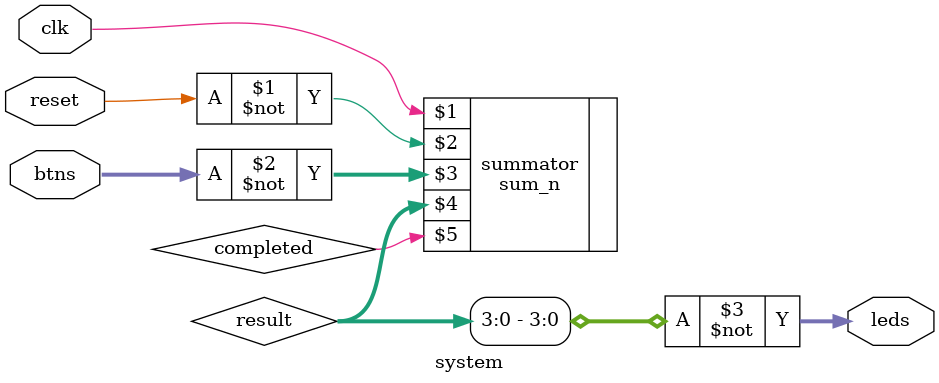
<source format=v>

module system(
	input wire clk,
	input wire reset,
	input wire [3:0] btns,
	output wire [3:0] leds
);

	wire completed;
	wire [7:0] result;
	
	sum_n #(4) summator(clk, ~reset, ~btns, result, completed);
	
	assign leds = ~{result[3], result[2], result[1], result[0]};

endmodule

</source>
